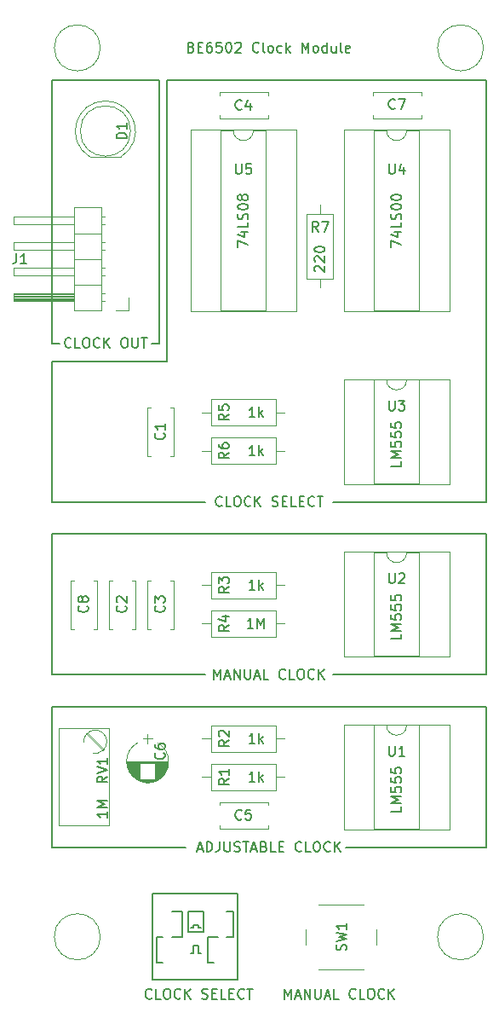
<source format=gto>
%TF.GenerationSoftware,KiCad,Pcbnew,(5.1.8)-1*%
%TF.CreationDate,2021-11-30T19:47:22+01:00*%
%TF.ProjectId,BE6502 Clock,42453635-3032-4204-936c-6f636b2e6b69,rev?*%
%TF.SameCoordinates,Original*%
%TF.FileFunction,Legend,Top*%
%TF.FilePolarity,Positive*%
%FSLAX46Y46*%
G04 Gerber Fmt 4.6, Leading zero omitted, Abs format (unit mm)*
G04 Created by KiCad (PCBNEW (5.1.8)-1) date 2021-11-30 19:47:22*
%MOMM*%
%LPD*%
G01*
G04 APERTURE LIST*
%ADD10C,0.150000*%
%ADD11C,0.200000*%
%ADD12C,0.120000*%
G04 APERTURE END LIST*
D10*
X140240714Y-60888571D02*
X140383571Y-60936190D01*
X140431190Y-60983809D01*
X140478809Y-61079047D01*
X140478809Y-61221904D01*
X140431190Y-61317142D01*
X140383571Y-61364761D01*
X140288333Y-61412380D01*
X139907380Y-61412380D01*
X139907380Y-60412380D01*
X140240714Y-60412380D01*
X140335952Y-60460000D01*
X140383571Y-60507619D01*
X140431190Y-60602857D01*
X140431190Y-60698095D01*
X140383571Y-60793333D01*
X140335952Y-60840952D01*
X140240714Y-60888571D01*
X139907380Y-60888571D01*
X140907380Y-60888571D02*
X141240714Y-60888571D01*
X141383571Y-61412380D02*
X140907380Y-61412380D01*
X140907380Y-60412380D01*
X141383571Y-60412380D01*
X142240714Y-60412380D02*
X142050238Y-60412380D01*
X141955000Y-60460000D01*
X141907380Y-60507619D01*
X141812142Y-60650476D01*
X141764523Y-60840952D01*
X141764523Y-61221904D01*
X141812142Y-61317142D01*
X141859761Y-61364761D01*
X141955000Y-61412380D01*
X142145476Y-61412380D01*
X142240714Y-61364761D01*
X142288333Y-61317142D01*
X142335952Y-61221904D01*
X142335952Y-60983809D01*
X142288333Y-60888571D01*
X142240714Y-60840952D01*
X142145476Y-60793333D01*
X141955000Y-60793333D01*
X141859761Y-60840952D01*
X141812142Y-60888571D01*
X141764523Y-60983809D01*
X143240714Y-60412380D02*
X142764523Y-60412380D01*
X142716904Y-60888571D01*
X142764523Y-60840952D01*
X142859761Y-60793333D01*
X143097857Y-60793333D01*
X143193095Y-60840952D01*
X143240714Y-60888571D01*
X143288333Y-60983809D01*
X143288333Y-61221904D01*
X143240714Y-61317142D01*
X143193095Y-61364761D01*
X143097857Y-61412380D01*
X142859761Y-61412380D01*
X142764523Y-61364761D01*
X142716904Y-61317142D01*
X143907380Y-60412380D02*
X144002619Y-60412380D01*
X144097857Y-60460000D01*
X144145476Y-60507619D01*
X144193095Y-60602857D01*
X144240714Y-60793333D01*
X144240714Y-61031428D01*
X144193095Y-61221904D01*
X144145476Y-61317142D01*
X144097857Y-61364761D01*
X144002619Y-61412380D01*
X143907380Y-61412380D01*
X143812142Y-61364761D01*
X143764523Y-61317142D01*
X143716904Y-61221904D01*
X143669285Y-61031428D01*
X143669285Y-60793333D01*
X143716904Y-60602857D01*
X143764523Y-60507619D01*
X143812142Y-60460000D01*
X143907380Y-60412380D01*
X144621666Y-60507619D02*
X144669285Y-60460000D01*
X144764523Y-60412380D01*
X145002619Y-60412380D01*
X145097857Y-60460000D01*
X145145476Y-60507619D01*
X145193095Y-60602857D01*
X145193095Y-60698095D01*
X145145476Y-60840952D01*
X144574047Y-61412380D01*
X145193095Y-61412380D01*
X146955000Y-61317142D02*
X146907380Y-61364761D01*
X146764523Y-61412380D01*
X146669285Y-61412380D01*
X146526428Y-61364761D01*
X146431190Y-61269523D01*
X146383571Y-61174285D01*
X146335952Y-60983809D01*
X146335952Y-60840952D01*
X146383571Y-60650476D01*
X146431190Y-60555238D01*
X146526428Y-60460000D01*
X146669285Y-60412380D01*
X146764523Y-60412380D01*
X146907380Y-60460000D01*
X146955000Y-60507619D01*
X147526428Y-61412380D02*
X147431190Y-61364761D01*
X147383571Y-61269523D01*
X147383571Y-60412380D01*
X148050238Y-61412380D02*
X147955000Y-61364761D01*
X147907380Y-61317142D01*
X147859761Y-61221904D01*
X147859761Y-60936190D01*
X147907380Y-60840952D01*
X147955000Y-60793333D01*
X148050238Y-60745714D01*
X148193095Y-60745714D01*
X148288333Y-60793333D01*
X148335952Y-60840952D01*
X148383571Y-60936190D01*
X148383571Y-61221904D01*
X148335952Y-61317142D01*
X148288333Y-61364761D01*
X148193095Y-61412380D01*
X148050238Y-61412380D01*
X149240714Y-61364761D02*
X149145476Y-61412380D01*
X148955000Y-61412380D01*
X148859761Y-61364761D01*
X148812142Y-61317142D01*
X148764523Y-61221904D01*
X148764523Y-60936190D01*
X148812142Y-60840952D01*
X148859761Y-60793333D01*
X148955000Y-60745714D01*
X149145476Y-60745714D01*
X149240714Y-60793333D01*
X149669285Y-61412380D02*
X149669285Y-60412380D01*
X149764523Y-61031428D02*
X150050238Y-61412380D01*
X150050238Y-60745714D02*
X149669285Y-61126666D01*
X151240714Y-61412380D02*
X151240714Y-60412380D01*
X151574047Y-61126666D01*
X151907380Y-60412380D01*
X151907380Y-61412380D01*
X152526428Y-61412380D02*
X152431190Y-61364761D01*
X152383571Y-61317142D01*
X152335952Y-61221904D01*
X152335952Y-60936190D01*
X152383571Y-60840952D01*
X152431190Y-60793333D01*
X152526428Y-60745714D01*
X152669285Y-60745714D01*
X152764523Y-60793333D01*
X152812142Y-60840952D01*
X152859761Y-60936190D01*
X152859761Y-61221904D01*
X152812142Y-61317142D01*
X152764523Y-61364761D01*
X152669285Y-61412380D01*
X152526428Y-61412380D01*
X153716904Y-61412380D02*
X153716904Y-60412380D01*
X153716904Y-61364761D02*
X153621666Y-61412380D01*
X153431190Y-61412380D01*
X153335952Y-61364761D01*
X153288333Y-61317142D01*
X153240714Y-61221904D01*
X153240714Y-60936190D01*
X153288333Y-60840952D01*
X153335952Y-60793333D01*
X153431190Y-60745714D01*
X153621666Y-60745714D01*
X153716904Y-60793333D01*
X154621666Y-60745714D02*
X154621666Y-61412380D01*
X154193095Y-60745714D02*
X154193095Y-61269523D01*
X154240714Y-61364761D01*
X154335952Y-61412380D01*
X154478809Y-61412380D01*
X154574047Y-61364761D01*
X154621666Y-61317142D01*
X155240714Y-61412380D02*
X155145476Y-61364761D01*
X155097857Y-61269523D01*
X155097857Y-60412380D01*
X156002619Y-61364761D02*
X155907380Y-61412380D01*
X155716904Y-61412380D01*
X155621666Y-61364761D01*
X155574047Y-61269523D01*
X155574047Y-60888571D01*
X155621666Y-60793333D01*
X155716904Y-60745714D01*
X155907380Y-60745714D01*
X156002619Y-60793333D01*
X156050238Y-60888571D01*
X156050238Y-60983809D01*
X155574047Y-61079047D01*
D11*
X126365000Y-64135000D02*
X137033000Y-64135000D01*
X126365000Y-90297000D02*
X126365000Y-64135000D01*
X137033000Y-90297000D02*
X137033000Y-64135000D01*
X136271000Y-90297000D02*
X137033000Y-90297000D01*
X127127000Y-90297000D02*
X126365000Y-90297000D01*
D10*
X128270428Y-90654142D02*
X128222809Y-90701761D01*
X128079952Y-90749380D01*
X127984714Y-90749380D01*
X127841857Y-90701761D01*
X127746619Y-90606523D01*
X127699000Y-90511285D01*
X127651380Y-90320809D01*
X127651380Y-90177952D01*
X127699000Y-89987476D01*
X127746619Y-89892238D01*
X127841857Y-89797000D01*
X127984714Y-89749380D01*
X128079952Y-89749380D01*
X128222809Y-89797000D01*
X128270428Y-89844619D01*
X129175190Y-90749380D02*
X128699000Y-90749380D01*
X128699000Y-89749380D01*
X129699000Y-89749380D02*
X129889476Y-89749380D01*
X129984714Y-89797000D01*
X130079952Y-89892238D01*
X130127571Y-90082714D01*
X130127571Y-90416047D01*
X130079952Y-90606523D01*
X129984714Y-90701761D01*
X129889476Y-90749380D01*
X129699000Y-90749380D01*
X129603761Y-90701761D01*
X129508523Y-90606523D01*
X129460904Y-90416047D01*
X129460904Y-90082714D01*
X129508523Y-89892238D01*
X129603761Y-89797000D01*
X129699000Y-89749380D01*
X131127571Y-90654142D02*
X131079952Y-90701761D01*
X130937095Y-90749380D01*
X130841857Y-90749380D01*
X130699000Y-90701761D01*
X130603761Y-90606523D01*
X130556142Y-90511285D01*
X130508523Y-90320809D01*
X130508523Y-90177952D01*
X130556142Y-89987476D01*
X130603761Y-89892238D01*
X130699000Y-89797000D01*
X130841857Y-89749380D01*
X130937095Y-89749380D01*
X131079952Y-89797000D01*
X131127571Y-89844619D01*
X131556142Y-90749380D02*
X131556142Y-89749380D01*
X132127571Y-90749380D02*
X131699000Y-90177952D01*
X132127571Y-89749380D02*
X131556142Y-90320809D01*
X133508523Y-89749380D02*
X133699000Y-89749380D01*
X133794238Y-89797000D01*
X133889476Y-89892238D01*
X133937095Y-90082714D01*
X133937095Y-90416047D01*
X133889476Y-90606523D01*
X133794238Y-90701761D01*
X133699000Y-90749380D01*
X133508523Y-90749380D01*
X133413285Y-90701761D01*
X133318047Y-90606523D01*
X133270428Y-90416047D01*
X133270428Y-90082714D01*
X133318047Y-89892238D01*
X133413285Y-89797000D01*
X133508523Y-89749380D01*
X134365666Y-89749380D02*
X134365666Y-90558904D01*
X134413285Y-90654142D01*
X134460904Y-90701761D01*
X134556142Y-90749380D01*
X134746619Y-90749380D01*
X134841857Y-90701761D01*
X134889476Y-90654142D01*
X134937095Y-90558904D01*
X134937095Y-89749380D01*
X135270428Y-89749380D02*
X135841857Y-89749380D01*
X135556142Y-90749380D02*
X135556142Y-89749380D01*
D11*
X169545000Y-64135000D02*
X169545000Y-106045000D01*
X137795000Y-64135000D02*
X169545000Y-64135000D01*
X137795000Y-92075000D02*
X137795000Y-64135000D01*
X126365000Y-92075000D02*
X137795000Y-92075000D01*
X126365000Y-106045000D02*
X126365000Y-92075000D01*
X126365000Y-109220000D02*
X126365000Y-123190000D01*
X169545000Y-109220000D02*
X126365000Y-109220000D01*
X169545000Y-123190000D02*
X169545000Y-109220000D01*
X169545000Y-140335000D02*
X169545000Y-126365000D01*
X126365000Y-126365000D02*
X126365000Y-127000000D01*
X169545000Y-126365000D02*
X126365000Y-126365000D01*
X169545000Y-140335000D02*
X155575000Y-140335000D01*
X141605000Y-106045000D02*
X126365000Y-106045000D01*
X169545000Y-106045000D02*
X154305000Y-106045000D01*
X154305000Y-123190000D02*
X169545000Y-123190000D01*
X141605000Y-123190000D02*
X126365000Y-123190000D01*
D10*
X143288333Y-106402142D02*
X143240714Y-106449761D01*
X143097857Y-106497380D01*
X143002619Y-106497380D01*
X142859761Y-106449761D01*
X142764523Y-106354523D01*
X142716904Y-106259285D01*
X142669285Y-106068809D01*
X142669285Y-105925952D01*
X142716904Y-105735476D01*
X142764523Y-105640238D01*
X142859761Y-105545000D01*
X143002619Y-105497380D01*
X143097857Y-105497380D01*
X143240714Y-105545000D01*
X143288333Y-105592619D01*
X144193095Y-106497380D02*
X143716904Y-106497380D01*
X143716904Y-105497380D01*
X144716904Y-105497380D02*
X144907380Y-105497380D01*
X145002619Y-105545000D01*
X145097857Y-105640238D01*
X145145476Y-105830714D01*
X145145476Y-106164047D01*
X145097857Y-106354523D01*
X145002619Y-106449761D01*
X144907380Y-106497380D01*
X144716904Y-106497380D01*
X144621666Y-106449761D01*
X144526428Y-106354523D01*
X144478809Y-106164047D01*
X144478809Y-105830714D01*
X144526428Y-105640238D01*
X144621666Y-105545000D01*
X144716904Y-105497380D01*
X146145476Y-106402142D02*
X146097857Y-106449761D01*
X145955000Y-106497380D01*
X145859761Y-106497380D01*
X145716904Y-106449761D01*
X145621666Y-106354523D01*
X145574047Y-106259285D01*
X145526428Y-106068809D01*
X145526428Y-105925952D01*
X145574047Y-105735476D01*
X145621666Y-105640238D01*
X145716904Y-105545000D01*
X145859761Y-105497380D01*
X145955000Y-105497380D01*
X146097857Y-105545000D01*
X146145476Y-105592619D01*
X146574047Y-106497380D02*
X146574047Y-105497380D01*
X147145476Y-106497380D02*
X146716904Y-105925952D01*
X147145476Y-105497380D02*
X146574047Y-106068809D01*
X148288333Y-106449761D02*
X148431190Y-106497380D01*
X148669285Y-106497380D01*
X148764523Y-106449761D01*
X148812142Y-106402142D01*
X148859761Y-106306904D01*
X148859761Y-106211666D01*
X148812142Y-106116428D01*
X148764523Y-106068809D01*
X148669285Y-106021190D01*
X148478809Y-105973571D01*
X148383571Y-105925952D01*
X148335952Y-105878333D01*
X148288333Y-105783095D01*
X148288333Y-105687857D01*
X148335952Y-105592619D01*
X148383571Y-105545000D01*
X148478809Y-105497380D01*
X148716904Y-105497380D01*
X148859761Y-105545000D01*
X149288333Y-105973571D02*
X149621666Y-105973571D01*
X149764523Y-106497380D02*
X149288333Y-106497380D01*
X149288333Y-105497380D01*
X149764523Y-105497380D01*
X150669285Y-106497380D02*
X150193095Y-106497380D01*
X150193095Y-105497380D01*
X151002619Y-105973571D02*
X151335952Y-105973571D01*
X151478809Y-106497380D02*
X151002619Y-106497380D01*
X151002619Y-105497380D01*
X151478809Y-105497380D01*
X152478809Y-106402142D02*
X152431190Y-106449761D01*
X152288333Y-106497380D01*
X152193095Y-106497380D01*
X152050238Y-106449761D01*
X151955000Y-106354523D01*
X151907380Y-106259285D01*
X151859761Y-106068809D01*
X151859761Y-105925952D01*
X151907380Y-105735476D01*
X151955000Y-105640238D01*
X152050238Y-105545000D01*
X152193095Y-105497380D01*
X152288333Y-105497380D01*
X152431190Y-105545000D01*
X152478809Y-105592619D01*
X152764523Y-105497380D02*
X153335952Y-105497380D01*
X153050238Y-106497380D02*
X153050238Y-105497380D01*
X142502619Y-123642380D02*
X142502619Y-122642380D01*
X142835952Y-123356666D01*
X143169285Y-122642380D01*
X143169285Y-123642380D01*
X143597857Y-123356666D02*
X144074047Y-123356666D01*
X143502619Y-123642380D02*
X143835952Y-122642380D01*
X144169285Y-123642380D01*
X144502619Y-123642380D02*
X144502619Y-122642380D01*
X145074047Y-123642380D01*
X145074047Y-122642380D01*
X145550238Y-122642380D02*
X145550238Y-123451904D01*
X145597857Y-123547142D01*
X145645476Y-123594761D01*
X145740714Y-123642380D01*
X145931190Y-123642380D01*
X146026428Y-123594761D01*
X146074047Y-123547142D01*
X146121666Y-123451904D01*
X146121666Y-122642380D01*
X146550238Y-123356666D02*
X147026428Y-123356666D01*
X146455000Y-123642380D02*
X146788333Y-122642380D01*
X147121666Y-123642380D01*
X147931190Y-123642380D02*
X147455000Y-123642380D01*
X147455000Y-122642380D01*
X149597857Y-123547142D02*
X149550238Y-123594761D01*
X149407380Y-123642380D01*
X149312142Y-123642380D01*
X149169285Y-123594761D01*
X149074047Y-123499523D01*
X149026428Y-123404285D01*
X148978809Y-123213809D01*
X148978809Y-123070952D01*
X149026428Y-122880476D01*
X149074047Y-122785238D01*
X149169285Y-122690000D01*
X149312142Y-122642380D01*
X149407380Y-122642380D01*
X149550238Y-122690000D01*
X149597857Y-122737619D01*
X150502619Y-123642380D02*
X150026428Y-123642380D01*
X150026428Y-122642380D01*
X151026428Y-122642380D02*
X151216904Y-122642380D01*
X151312142Y-122690000D01*
X151407380Y-122785238D01*
X151455000Y-122975714D01*
X151455000Y-123309047D01*
X151407380Y-123499523D01*
X151312142Y-123594761D01*
X151216904Y-123642380D01*
X151026428Y-123642380D01*
X150931190Y-123594761D01*
X150835952Y-123499523D01*
X150788333Y-123309047D01*
X150788333Y-122975714D01*
X150835952Y-122785238D01*
X150931190Y-122690000D01*
X151026428Y-122642380D01*
X152455000Y-123547142D02*
X152407380Y-123594761D01*
X152264523Y-123642380D01*
X152169285Y-123642380D01*
X152026428Y-123594761D01*
X151931190Y-123499523D01*
X151883571Y-123404285D01*
X151835952Y-123213809D01*
X151835952Y-123070952D01*
X151883571Y-122880476D01*
X151931190Y-122785238D01*
X152026428Y-122690000D01*
X152169285Y-122642380D01*
X152264523Y-122642380D01*
X152407380Y-122690000D01*
X152455000Y-122737619D01*
X152883571Y-123642380D02*
X152883571Y-122642380D01*
X153455000Y-123642380D02*
X153026428Y-123070952D01*
X153455000Y-122642380D02*
X152883571Y-123213809D01*
D11*
X126365000Y-140335000D02*
X126365000Y-127000000D01*
X139700000Y-140335000D02*
X126365000Y-140335000D01*
D10*
X140859761Y-140501666D02*
X141335952Y-140501666D01*
X140764523Y-140787380D02*
X141097857Y-139787380D01*
X141431190Y-140787380D01*
X141764523Y-140787380D02*
X141764523Y-139787380D01*
X142002619Y-139787380D01*
X142145476Y-139835000D01*
X142240714Y-139930238D01*
X142288333Y-140025476D01*
X142335952Y-140215952D01*
X142335952Y-140358809D01*
X142288333Y-140549285D01*
X142240714Y-140644523D01*
X142145476Y-140739761D01*
X142002619Y-140787380D01*
X141764523Y-140787380D01*
X143050238Y-139787380D02*
X143050238Y-140501666D01*
X143002619Y-140644523D01*
X142907380Y-140739761D01*
X142764523Y-140787380D01*
X142669285Y-140787380D01*
X143526428Y-139787380D02*
X143526428Y-140596904D01*
X143574047Y-140692142D01*
X143621666Y-140739761D01*
X143716904Y-140787380D01*
X143907380Y-140787380D01*
X144002619Y-140739761D01*
X144050238Y-140692142D01*
X144097857Y-140596904D01*
X144097857Y-139787380D01*
X144526428Y-140739761D02*
X144669285Y-140787380D01*
X144907380Y-140787380D01*
X145002619Y-140739761D01*
X145050238Y-140692142D01*
X145097857Y-140596904D01*
X145097857Y-140501666D01*
X145050238Y-140406428D01*
X145002619Y-140358809D01*
X144907380Y-140311190D01*
X144716904Y-140263571D01*
X144621666Y-140215952D01*
X144574047Y-140168333D01*
X144526428Y-140073095D01*
X144526428Y-139977857D01*
X144574047Y-139882619D01*
X144621666Y-139835000D01*
X144716904Y-139787380D01*
X144955000Y-139787380D01*
X145097857Y-139835000D01*
X145383571Y-139787380D02*
X145955000Y-139787380D01*
X145669285Y-140787380D02*
X145669285Y-139787380D01*
X146240714Y-140501666D02*
X146716904Y-140501666D01*
X146145476Y-140787380D02*
X146478809Y-139787380D01*
X146812142Y-140787380D01*
X147478809Y-140263571D02*
X147621666Y-140311190D01*
X147669285Y-140358809D01*
X147716904Y-140454047D01*
X147716904Y-140596904D01*
X147669285Y-140692142D01*
X147621666Y-140739761D01*
X147526428Y-140787380D01*
X147145476Y-140787380D01*
X147145476Y-139787380D01*
X147478809Y-139787380D01*
X147574047Y-139835000D01*
X147621666Y-139882619D01*
X147669285Y-139977857D01*
X147669285Y-140073095D01*
X147621666Y-140168333D01*
X147574047Y-140215952D01*
X147478809Y-140263571D01*
X147145476Y-140263571D01*
X148621666Y-140787380D02*
X148145476Y-140787380D01*
X148145476Y-139787380D01*
X148955000Y-140263571D02*
X149288333Y-140263571D01*
X149431190Y-140787380D02*
X148955000Y-140787380D01*
X148955000Y-139787380D01*
X149431190Y-139787380D01*
X151193095Y-140692142D02*
X151145476Y-140739761D01*
X151002619Y-140787380D01*
X150907380Y-140787380D01*
X150764523Y-140739761D01*
X150669285Y-140644523D01*
X150621666Y-140549285D01*
X150574047Y-140358809D01*
X150574047Y-140215952D01*
X150621666Y-140025476D01*
X150669285Y-139930238D01*
X150764523Y-139835000D01*
X150907380Y-139787380D01*
X151002619Y-139787380D01*
X151145476Y-139835000D01*
X151193095Y-139882619D01*
X152097857Y-140787380D02*
X151621666Y-140787380D01*
X151621666Y-139787380D01*
X152621666Y-139787380D02*
X152812142Y-139787380D01*
X152907380Y-139835000D01*
X153002619Y-139930238D01*
X153050238Y-140120714D01*
X153050238Y-140454047D01*
X153002619Y-140644523D01*
X152907380Y-140739761D01*
X152812142Y-140787380D01*
X152621666Y-140787380D01*
X152526428Y-140739761D01*
X152431190Y-140644523D01*
X152383571Y-140454047D01*
X152383571Y-140120714D01*
X152431190Y-139930238D01*
X152526428Y-139835000D01*
X152621666Y-139787380D01*
X154050238Y-140692142D02*
X154002619Y-140739761D01*
X153859761Y-140787380D01*
X153764523Y-140787380D01*
X153621666Y-140739761D01*
X153526428Y-140644523D01*
X153478809Y-140549285D01*
X153431190Y-140358809D01*
X153431190Y-140215952D01*
X153478809Y-140025476D01*
X153526428Y-139930238D01*
X153621666Y-139835000D01*
X153764523Y-139787380D01*
X153859761Y-139787380D01*
X154002619Y-139835000D01*
X154050238Y-139882619D01*
X154478809Y-140787380D02*
X154478809Y-139787380D01*
X155050238Y-140787380D02*
X154621666Y-140215952D01*
X155050238Y-139787380D02*
X154478809Y-140358809D01*
X149487619Y-155392380D02*
X149487619Y-154392380D01*
X149820952Y-155106666D01*
X150154285Y-154392380D01*
X150154285Y-155392380D01*
X150582857Y-155106666D02*
X151059047Y-155106666D01*
X150487619Y-155392380D02*
X150820952Y-154392380D01*
X151154285Y-155392380D01*
X151487619Y-155392380D02*
X151487619Y-154392380D01*
X152059047Y-155392380D01*
X152059047Y-154392380D01*
X152535238Y-154392380D02*
X152535238Y-155201904D01*
X152582857Y-155297142D01*
X152630476Y-155344761D01*
X152725714Y-155392380D01*
X152916190Y-155392380D01*
X153011428Y-155344761D01*
X153059047Y-155297142D01*
X153106666Y-155201904D01*
X153106666Y-154392380D01*
X153535238Y-155106666D02*
X154011428Y-155106666D01*
X153440000Y-155392380D02*
X153773333Y-154392380D01*
X154106666Y-155392380D01*
X154916190Y-155392380D02*
X154440000Y-155392380D01*
X154440000Y-154392380D01*
X156582857Y-155297142D02*
X156535238Y-155344761D01*
X156392380Y-155392380D01*
X156297142Y-155392380D01*
X156154285Y-155344761D01*
X156059047Y-155249523D01*
X156011428Y-155154285D01*
X155963809Y-154963809D01*
X155963809Y-154820952D01*
X156011428Y-154630476D01*
X156059047Y-154535238D01*
X156154285Y-154440000D01*
X156297142Y-154392380D01*
X156392380Y-154392380D01*
X156535238Y-154440000D01*
X156582857Y-154487619D01*
X157487619Y-155392380D02*
X157011428Y-155392380D01*
X157011428Y-154392380D01*
X158011428Y-154392380D02*
X158201904Y-154392380D01*
X158297142Y-154440000D01*
X158392380Y-154535238D01*
X158440000Y-154725714D01*
X158440000Y-155059047D01*
X158392380Y-155249523D01*
X158297142Y-155344761D01*
X158201904Y-155392380D01*
X158011428Y-155392380D01*
X157916190Y-155344761D01*
X157820952Y-155249523D01*
X157773333Y-155059047D01*
X157773333Y-154725714D01*
X157820952Y-154535238D01*
X157916190Y-154440000D01*
X158011428Y-154392380D01*
X159440000Y-155297142D02*
X159392380Y-155344761D01*
X159249523Y-155392380D01*
X159154285Y-155392380D01*
X159011428Y-155344761D01*
X158916190Y-155249523D01*
X158868571Y-155154285D01*
X158820952Y-154963809D01*
X158820952Y-154820952D01*
X158868571Y-154630476D01*
X158916190Y-154535238D01*
X159011428Y-154440000D01*
X159154285Y-154392380D01*
X159249523Y-154392380D01*
X159392380Y-154440000D01*
X159440000Y-154487619D01*
X159868571Y-155392380D02*
X159868571Y-154392380D01*
X160440000Y-155392380D02*
X160011428Y-154820952D01*
X160440000Y-154392380D02*
X159868571Y-154963809D01*
X136303333Y-155297142D02*
X136255714Y-155344761D01*
X136112857Y-155392380D01*
X136017619Y-155392380D01*
X135874761Y-155344761D01*
X135779523Y-155249523D01*
X135731904Y-155154285D01*
X135684285Y-154963809D01*
X135684285Y-154820952D01*
X135731904Y-154630476D01*
X135779523Y-154535238D01*
X135874761Y-154440000D01*
X136017619Y-154392380D01*
X136112857Y-154392380D01*
X136255714Y-154440000D01*
X136303333Y-154487619D01*
X137208095Y-155392380D02*
X136731904Y-155392380D01*
X136731904Y-154392380D01*
X137731904Y-154392380D02*
X137922380Y-154392380D01*
X138017619Y-154440000D01*
X138112857Y-154535238D01*
X138160476Y-154725714D01*
X138160476Y-155059047D01*
X138112857Y-155249523D01*
X138017619Y-155344761D01*
X137922380Y-155392380D01*
X137731904Y-155392380D01*
X137636666Y-155344761D01*
X137541428Y-155249523D01*
X137493809Y-155059047D01*
X137493809Y-154725714D01*
X137541428Y-154535238D01*
X137636666Y-154440000D01*
X137731904Y-154392380D01*
X139160476Y-155297142D02*
X139112857Y-155344761D01*
X138970000Y-155392380D01*
X138874761Y-155392380D01*
X138731904Y-155344761D01*
X138636666Y-155249523D01*
X138589047Y-155154285D01*
X138541428Y-154963809D01*
X138541428Y-154820952D01*
X138589047Y-154630476D01*
X138636666Y-154535238D01*
X138731904Y-154440000D01*
X138874761Y-154392380D01*
X138970000Y-154392380D01*
X139112857Y-154440000D01*
X139160476Y-154487619D01*
X139589047Y-155392380D02*
X139589047Y-154392380D01*
X140160476Y-155392380D02*
X139731904Y-154820952D01*
X140160476Y-154392380D02*
X139589047Y-154963809D01*
X141303333Y-155344761D02*
X141446190Y-155392380D01*
X141684285Y-155392380D01*
X141779523Y-155344761D01*
X141827142Y-155297142D01*
X141874761Y-155201904D01*
X141874761Y-155106666D01*
X141827142Y-155011428D01*
X141779523Y-154963809D01*
X141684285Y-154916190D01*
X141493809Y-154868571D01*
X141398571Y-154820952D01*
X141350952Y-154773333D01*
X141303333Y-154678095D01*
X141303333Y-154582857D01*
X141350952Y-154487619D01*
X141398571Y-154440000D01*
X141493809Y-154392380D01*
X141731904Y-154392380D01*
X141874761Y-154440000D01*
X142303333Y-154868571D02*
X142636666Y-154868571D01*
X142779523Y-155392380D02*
X142303333Y-155392380D01*
X142303333Y-154392380D01*
X142779523Y-154392380D01*
X143684285Y-155392380D02*
X143208095Y-155392380D01*
X143208095Y-154392380D01*
X144017619Y-154868571D02*
X144350952Y-154868571D01*
X144493809Y-155392380D02*
X144017619Y-155392380D01*
X144017619Y-154392380D01*
X144493809Y-154392380D01*
X145493809Y-155297142D02*
X145446190Y-155344761D01*
X145303333Y-155392380D01*
X145208095Y-155392380D01*
X145065238Y-155344761D01*
X144970000Y-155249523D01*
X144922380Y-155154285D01*
X144874761Y-154963809D01*
X144874761Y-154820952D01*
X144922380Y-154630476D01*
X144970000Y-154535238D01*
X145065238Y-154440000D01*
X145208095Y-154392380D01*
X145303333Y-154392380D01*
X145446190Y-154440000D01*
X145493809Y-154487619D01*
X145779523Y-154392380D02*
X146350952Y-154392380D01*
X146065238Y-155392380D02*
X146065238Y-154392380D01*
D12*
%TO.C,M1*%
X169291000Y-149225000D02*
G75*
G03*
X169291000Y-149225000I-2286000J0D01*
G01*
%TO.C,M2*%
X131191000Y-149225000D02*
G75*
G03*
X131191000Y-149225000I-2286000J0D01*
G01*
%TO.C,M3*%
X131191000Y-60960000D02*
G75*
G03*
X131191000Y-60960000I-2286000J0D01*
G01*
%TO.C,M4*%
X169291000Y-60960000D02*
G75*
G03*
X169291000Y-60960000I-2286000J0D01*
G01*
%TO.C,C1*%
X135850000Y-101510000D02*
X135850000Y-96690000D01*
X138470000Y-101510000D02*
X138470000Y-96690000D01*
X135850000Y-101510000D02*
X136164000Y-101510000D01*
X138156000Y-101510000D02*
X138470000Y-101510000D01*
X135850000Y-96690000D02*
X136164000Y-96690000D01*
X138156000Y-96690000D02*
X138470000Y-96690000D01*
%TO.C,C2*%
X132040000Y-118655000D02*
X132040000Y-113835000D01*
X134660000Y-118655000D02*
X134660000Y-113835000D01*
X132040000Y-118655000D02*
X132354000Y-118655000D01*
X134346000Y-118655000D02*
X134660000Y-118655000D01*
X132040000Y-113835000D02*
X132354000Y-113835000D01*
X134346000Y-113835000D02*
X134660000Y-113835000D01*
%TO.C,C3*%
X135850000Y-118655000D02*
X135850000Y-113835000D01*
X138470000Y-118655000D02*
X138470000Y-113835000D01*
X135850000Y-118655000D02*
X136164000Y-118655000D01*
X138156000Y-118655000D02*
X138470000Y-118655000D01*
X135850000Y-113835000D02*
X136164000Y-113835000D01*
X138156000Y-113835000D02*
X138470000Y-113835000D01*
%TO.C,C4*%
X147865000Y-67985000D02*
X143045000Y-67985000D01*
X147865000Y-65365000D02*
X143045000Y-65365000D01*
X147865000Y-67985000D02*
X147865000Y-67671000D01*
X147865000Y-65679000D02*
X147865000Y-65365000D01*
X143045000Y-67985000D02*
X143045000Y-67671000D01*
X143045000Y-65679000D02*
X143045000Y-65365000D01*
%TO.C,C5*%
X147865000Y-138470000D02*
X143045000Y-138470000D01*
X147865000Y-135850000D02*
X143045000Y-135850000D01*
X147865000Y-138470000D02*
X147865000Y-138156000D01*
X147865000Y-136164000D02*
X147865000Y-135850000D01*
X143045000Y-138470000D02*
X143045000Y-138156000D01*
X143045000Y-136164000D02*
X143045000Y-135850000D01*
%TO.C,R1*%
X148625000Y-134660000D02*
X148625000Y-132040000D01*
X148625000Y-132040000D02*
X142205000Y-132040000D01*
X142205000Y-132040000D02*
X142205000Y-134660000D01*
X142205000Y-134660000D02*
X148625000Y-134660000D01*
X149515000Y-133350000D02*
X148625000Y-133350000D01*
X141315000Y-133350000D02*
X142205000Y-133350000D01*
%TO.C,R2*%
X148625000Y-130850000D02*
X148625000Y-128230000D01*
X148625000Y-128230000D02*
X142205000Y-128230000D01*
X142205000Y-128230000D02*
X142205000Y-130850000D01*
X142205000Y-130850000D02*
X148625000Y-130850000D01*
X149515000Y-129540000D02*
X148625000Y-129540000D01*
X141315000Y-129540000D02*
X142205000Y-129540000D01*
%TO.C,R3*%
X148625000Y-115610000D02*
X148625000Y-112990000D01*
X148625000Y-112990000D02*
X142205000Y-112990000D01*
X142205000Y-112990000D02*
X142205000Y-115610000D01*
X142205000Y-115610000D02*
X148625000Y-115610000D01*
X149515000Y-114300000D02*
X148625000Y-114300000D01*
X141315000Y-114300000D02*
X142205000Y-114300000D01*
%TO.C,R6*%
X142205000Y-99655000D02*
X142205000Y-102275000D01*
X142205000Y-102275000D02*
X148625000Y-102275000D01*
X148625000Y-102275000D02*
X148625000Y-99655000D01*
X148625000Y-99655000D02*
X142205000Y-99655000D01*
X141315000Y-100965000D02*
X142205000Y-100965000D01*
X149515000Y-100965000D02*
X148625000Y-100965000D01*
%TO.C,R7*%
X154345000Y-77435000D02*
X151725000Y-77435000D01*
X151725000Y-77435000D02*
X151725000Y-83855000D01*
X151725000Y-83855000D02*
X154345000Y-83855000D01*
X154345000Y-83855000D02*
X154345000Y-77435000D01*
X153035000Y-76545000D02*
X153035000Y-77435000D01*
X153035000Y-84745000D02*
X153035000Y-83855000D01*
%TO.C,D1*%
X134199000Y-69215000D02*
G75*
G03*
X134199000Y-69215000I-2500000J0D01*
G01*
X130154000Y-71775000D02*
X133244000Y-71775000D01*
X131699462Y-66225000D02*
G75*
G03*
X130154170Y-71775000I-462J-2990000D01*
G01*
X131698538Y-66225000D02*
G75*
G02*
X133243830Y-71775000I462J-2990000D01*
G01*
%TO.C,R4*%
X148625000Y-119420000D02*
X148625000Y-116800000D01*
X148625000Y-116800000D02*
X142205000Y-116800000D01*
X142205000Y-116800000D02*
X142205000Y-119420000D01*
X142205000Y-119420000D02*
X148625000Y-119420000D01*
X149515000Y-118110000D02*
X148625000Y-118110000D01*
X141315000Y-118110000D02*
X142205000Y-118110000D01*
%TO.C,R5*%
X142205000Y-95845000D02*
X142205000Y-98465000D01*
X142205000Y-98465000D02*
X148625000Y-98465000D01*
X148625000Y-98465000D02*
X148625000Y-95845000D01*
X148625000Y-95845000D02*
X142205000Y-95845000D01*
X141315000Y-97155000D02*
X142205000Y-97155000D01*
X149515000Y-97155000D02*
X148625000Y-97155000D01*
%TO.C,RV1*%
X127070000Y-138175000D02*
X127070000Y-128525000D01*
X132021000Y-138175000D02*
X132021000Y-128525000D01*
X127070000Y-138175000D02*
X132021000Y-138175000D01*
X127070000Y-128525000D02*
X132021000Y-128525000D01*
X129956000Y-128979000D02*
X131566000Y-130590000D01*
X129815000Y-129119000D02*
X131425000Y-130731000D01*
X129535704Y-129895309D02*
G75*
G02*
X131845000Y-129855000I1154296J40309D01*
G01*
X131844052Y-129834879D02*
G75*
G02*
X130450000Y-130984000I-1154052J-20121D01*
G01*
%TO.C,SW1*%
X157369000Y-146011000D02*
X152869000Y-146011000D01*
X158619000Y-150011000D02*
X158619000Y-148511000D01*
X152869000Y-152511000D02*
X157369000Y-152511000D01*
X151619000Y-148511000D02*
X151619000Y-150011000D01*
%TO.C,U5*%
X144415000Y-69155000D02*
X143165000Y-69155000D01*
X143165000Y-69155000D02*
X143165000Y-87055000D01*
X143165000Y-87055000D02*
X147665000Y-87055000D01*
X147665000Y-87055000D02*
X147665000Y-69155000D01*
X147665000Y-69155000D02*
X146415000Y-69155000D01*
X140165000Y-69095000D02*
X140165000Y-87115000D01*
X140165000Y-87115000D02*
X150665000Y-87115000D01*
X150665000Y-87115000D02*
X150665000Y-69095000D01*
X150665000Y-69095000D02*
X140165000Y-69095000D01*
X146415000Y-69155000D02*
G75*
G02*
X144415000Y-69155000I-1000000J0D01*
G01*
%TO.C,C6*%
X137940000Y-131810000D02*
X133840000Y-131810000D01*
X137940000Y-131850000D02*
X133840000Y-131850000D01*
X137939000Y-131890000D02*
X133841000Y-131890000D01*
X137937000Y-131930000D02*
X133843000Y-131930000D01*
X137934000Y-131970000D02*
X133846000Y-131970000D01*
X137931000Y-132010000D02*
X133849000Y-132010000D01*
X137927000Y-132050000D02*
X136670000Y-132050000D01*
X135110000Y-132050000D02*
X133853000Y-132050000D01*
X137922000Y-132090000D02*
X136670000Y-132090000D01*
X135110000Y-132090000D02*
X133858000Y-132090000D01*
X137916000Y-132130000D02*
X136670000Y-132130000D01*
X135110000Y-132130000D02*
X133864000Y-132130000D01*
X137909000Y-132170000D02*
X136670000Y-132170000D01*
X135110000Y-132170000D02*
X133871000Y-132170000D01*
X137902000Y-132210000D02*
X136670000Y-132210000D01*
X135110000Y-132210000D02*
X133878000Y-132210000D01*
X137894000Y-132250000D02*
X136670000Y-132250000D01*
X135110000Y-132250000D02*
X133886000Y-132250000D01*
X137885000Y-132290000D02*
X136670000Y-132290000D01*
X135110000Y-132290000D02*
X133895000Y-132290000D01*
X137875000Y-132330000D02*
X136670000Y-132330000D01*
X135110000Y-132330000D02*
X133905000Y-132330000D01*
X137864000Y-132370000D02*
X136670000Y-132370000D01*
X135110000Y-132370000D02*
X133916000Y-132370000D01*
X137853000Y-132410000D02*
X136670000Y-132410000D01*
X135110000Y-132410000D02*
X133927000Y-132410000D01*
X137840000Y-132450000D02*
X136670000Y-132450000D01*
X135110000Y-132450000D02*
X133940000Y-132450000D01*
X137827000Y-132490000D02*
X136670000Y-132490000D01*
X135110000Y-132490000D02*
X133953000Y-132490000D01*
X137813000Y-132531000D02*
X136670000Y-132531000D01*
X135110000Y-132531000D02*
X133967000Y-132531000D01*
X137797000Y-132571000D02*
X136670000Y-132571000D01*
X135110000Y-132571000D02*
X133983000Y-132571000D01*
X137781000Y-132611000D02*
X136670000Y-132611000D01*
X135110000Y-132611000D02*
X133999000Y-132611000D01*
X137764000Y-132651000D02*
X136670000Y-132651000D01*
X135110000Y-132651000D02*
X134016000Y-132651000D01*
X137746000Y-132691000D02*
X136670000Y-132691000D01*
X135110000Y-132691000D02*
X134034000Y-132691000D01*
X137727000Y-132731000D02*
X136670000Y-132731000D01*
X135110000Y-132731000D02*
X134053000Y-132731000D01*
X137707000Y-132771000D02*
X136670000Y-132771000D01*
X135110000Y-132771000D02*
X134073000Y-132771000D01*
X137686000Y-132811000D02*
X136670000Y-132811000D01*
X135110000Y-132811000D02*
X134094000Y-132811000D01*
X137663000Y-132851000D02*
X136670000Y-132851000D01*
X135110000Y-132851000D02*
X134117000Y-132851000D01*
X137640000Y-132891000D02*
X136670000Y-132891000D01*
X135110000Y-132891000D02*
X134140000Y-132891000D01*
X137615000Y-132931000D02*
X136670000Y-132931000D01*
X135110000Y-132931000D02*
X134165000Y-132931000D01*
X137589000Y-132971000D02*
X136670000Y-132971000D01*
X135110000Y-132971000D02*
X134191000Y-132971000D01*
X137562000Y-133011000D02*
X136670000Y-133011000D01*
X135110000Y-133011000D02*
X134218000Y-133011000D01*
X137533000Y-133051000D02*
X136670000Y-133051000D01*
X135110000Y-133051000D02*
X134247000Y-133051000D01*
X137503000Y-133091000D02*
X136670000Y-133091000D01*
X135110000Y-133091000D02*
X134277000Y-133091000D01*
X137471000Y-133131000D02*
X136670000Y-133131000D01*
X135110000Y-133131000D02*
X134309000Y-133131000D01*
X137437000Y-133171000D02*
X136670000Y-133171000D01*
X135110000Y-133171000D02*
X134343000Y-133171000D01*
X137402000Y-133211000D02*
X136670000Y-133211000D01*
X135110000Y-133211000D02*
X134378000Y-133211000D01*
X137365000Y-133251000D02*
X136670000Y-133251000D01*
X135110000Y-133251000D02*
X134415000Y-133251000D01*
X137326000Y-133291000D02*
X136670000Y-133291000D01*
X135110000Y-133291000D02*
X134454000Y-133291000D01*
X137285000Y-133331000D02*
X136670000Y-133331000D01*
X135110000Y-133331000D02*
X134495000Y-133331000D01*
X137241000Y-133371000D02*
X136670000Y-133371000D01*
X135110000Y-133371000D02*
X134539000Y-133371000D01*
X137195000Y-133411000D02*
X136670000Y-133411000D01*
X135110000Y-133411000D02*
X134585000Y-133411000D01*
X137146000Y-133451000D02*
X136670000Y-133451000D01*
X135110000Y-133451000D02*
X134634000Y-133451000D01*
X137094000Y-133491000D02*
X136670000Y-133491000D01*
X135110000Y-133491000D02*
X134686000Y-133491000D01*
X137038000Y-133531000D02*
X136670000Y-133531000D01*
X135110000Y-133531000D02*
X134742000Y-133531000D01*
X136978000Y-133571000D02*
X136670000Y-133571000D01*
X135110000Y-133571000D02*
X134802000Y-133571000D01*
X136913000Y-133611000D02*
X134867000Y-133611000D01*
X136842000Y-133651000D02*
X134938000Y-133651000D01*
X136764000Y-133691000D02*
X135016000Y-133691000D01*
X136676000Y-133731000D02*
X135104000Y-133731000D01*
X136576000Y-133771000D02*
X135204000Y-133771000D01*
X136457000Y-133811000D02*
X135323000Y-133811000D01*
X136305000Y-133851000D02*
X135475000Y-133851000D01*
X136055000Y-133891000D02*
X135725000Y-133891000D01*
X135890000Y-129110000D02*
X135890000Y-130010000D01*
X136340000Y-129560000D02*
X135440000Y-129560000D01*
X136869170Y-133656436D02*
G75*
G03*
X136870000Y-129964004I-979170J1846436D01*
G01*
X134910830Y-133656436D02*
G75*
G02*
X134910000Y-129964004I979170J1846436D01*
G01*
X134910830Y-133656436D02*
G75*
G03*
X136870000Y-133655996I979170J1846436D01*
G01*
%TO.C,C7*%
X163105000Y-67985000D02*
X158285000Y-67985000D01*
X163105000Y-65365000D02*
X158285000Y-65365000D01*
X163105000Y-67985000D02*
X163105000Y-67671000D01*
X163105000Y-65679000D02*
X163105000Y-65365000D01*
X158285000Y-67985000D02*
X158285000Y-67671000D01*
X158285000Y-65679000D02*
X158285000Y-65365000D01*
%TO.C,J1*%
X131275000Y-87055000D02*
X131275000Y-76775000D01*
X131275000Y-76775000D02*
X128615000Y-76775000D01*
X128615000Y-76775000D02*
X128615000Y-87055000D01*
X128615000Y-87055000D02*
X131275000Y-87055000D01*
X128615000Y-86105000D02*
X122615000Y-86105000D01*
X122615000Y-86105000D02*
X122615000Y-85345000D01*
X122615000Y-85345000D02*
X128615000Y-85345000D01*
X128615000Y-86045000D02*
X122615000Y-86045000D01*
X128615000Y-85925000D02*
X122615000Y-85925000D01*
X128615000Y-85805000D02*
X122615000Y-85805000D01*
X128615000Y-85685000D02*
X122615000Y-85685000D01*
X128615000Y-85565000D02*
X122615000Y-85565000D01*
X128615000Y-85445000D02*
X122615000Y-85445000D01*
X131605000Y-86105000D02*
X131275000Y-86105000D01*
X131605000Y-85345000D02*
X131275000Y-85345000D01*
X131275000Y-84455000D02*
X128615000Y-84455000D01*
X128615000Y-83565000D02*
X122615000Y-83565000D01*
X122615000Y-83565000D02*
X122615000Y-82805000D01*
X122615000Y-82805000D02*
X128615000Y-82805000D01*
X131672071Y-83565000D02*
X131275000Y-83565000D01*
X131672071Y-82805000D02*
X131275000Y-82805000D01*
X131275000Y-81915000D02*
X128615000Y-81915000D01*
X128615000Y-81025000D02*
X122615000Y-81025000D01*
X122615000Y-81025000D02*
X122615000Y-80265000D01*
X122615000Y-80265000D02*
X128615000Y-80265000D01*
X131672071Y-81025000D02*
X131275000Y-81025000D01*
X131672071Y-80265000D02*
X131275000Y-80265000D01*
X131275000Y-79375000D02*
X128615000Y-79375000D01*
X128615000Y-78485000D02*
X122615000Y-78485000D01*
X122615000Y-78485000D02*
X122615000Y-77725000D01*
X122615000Y-77725000D02*
X128615000Y-77725000D01*
X131672071Y-78485000D02*
X131275000Y-78485000D01*
X131672071Y-77725000D02*
X131275000Y-77725000D01*
X133985000Y-85725000D02*
X133985000Y-86995000D01*
X133985000Y-86995000D02*
X132715000Y-86995000D01*
%TO.C,U1*%
X159655000Y-128210000D02*
X158405000Y-128210000D01*
X158405000Y-128210000D02*
X158405000Y-138490000D01*
X158405000Y-138490000D02*
X162905000Y-138490000D01*
X162905000Y-138490000D02*
X162905000Y-128210000D01*
X162905000Y-128210000D02*
X161655000Y-128210000D01*
X155405000Y-128150000D02*
X155405000Y-138550000D01*
X155405000Y-138550000D02*
X165905000Y-138550000D01*
X165905000Y-138550000D02*
X165905000Y-128150000D01*
X165905000Y-128150000D02*
X155405000Y-128150000D01*
X161655000Y-128210000D02*
G75*
G02*
X159655000Y-128210000I-1000000J0D01*
G01*
%TO.C,U2*%
X159655000Y-111065000D02*
X158405000Y-111065000D01*
X158405000Y-111065000D02*
X158405000Y-121345000D01*
X158405000Y-121345000D02*
X162905000Y-121345000D01*
X162905000Y-121345000D02*
X162905000Y-111065000D01*
X162905000Y-111065000D02*
X161655000Y-111065000D01*
X155405000Y-111005000D02*
X155405000Y-121405000D01*
X155405000Y-121405000D02*
X165905000Y-121405000D01*
X165905000Y-121405000D02*
X165905000Y-111005000D01*
X165905000Y-111005000D02*
X155405000Y-111005000D01*
X161655000Y-111065000D02*
G75*
G02*
X159655000Y-111065000I-1000000J0D01*
G01*
%TO.C,U3*%
X159655000Y-93920000D02*
X158405000Y-93920000D01*
X158405000Y-93920000D02*
X158405000Y-104200000D01*
X158405000Y-104200000D02*
X162905000Y-104200000D01*
X162905000Y-104200000D02*
X162905000Y-93920000D01*
X162905000Y-93920000D02*
X161655000Y-93920000D01*
X155405000Y-93860000D02*
X155405000Y-104260000D01*
X155405000Y-104260000D02*
X165905000Y-104260000D01*
X165905000Y-104260000D02*
X165905000Y-93860000D01*
X165905000Y-93860000D02*
X155405000Y-93860000D01*
X161655000Y-93920000D02*
G75*
G02*
X159655000Y-93920000I-1000000J0D01*
G01*
%TO.C,U4*%
X159655000Y-69155000D02*
X158405000Y-69155000D01*
X158405000Y-69155000D02*
X158405000Y-87055000D01*
X158405000Y-87055000D02*
X162905000Y-87055000D01*
X162905000Y-87055000D02*
X162905000Y-69155000D01*
X162905000Y-69155000D02*
X161655000Y-69155000D01*
X155405000Y-69095000D02*
X155405000Y-87115000D01*
X155405000Y-87115000D02*
X165905000Y-87115000D01*
X165905000Y-87115000D02*
X165905000Y-69095000D01*
X165905000Y-69095000D02*
X155405000Y-69095000D01*
X161655000Y-69155000D02*
G75*
G02*
X159655000Y-69155000I-1000000J0D01*
G01*
D10*
%TO.C,SW2*%
X139954000Y-148717000D02*
X139954000Y-146685000D01*
X141478000Y-146685000D02*
X141478000Y-148717000D01*
X139954000Y-148717000D02*
X141478000Y-148717000D01*
X141478000Y-146685000D02*
X139954000Y-146685000D01*
X140208000Y-148336000D02*
X140462000Y-148336000D01*
X140462000Y-148336000D02*
X140462000Y-148082000D01*
X140462000Y-148082000D02*
X140970000Y-148082000D01*
X140970000Y-148082000D02*
X140970000Y-148336000D01*
X140970000Y-148336000D02*
X141224000Y-148336000D01*
X140208000Y-150876000D02*
X140462000Y-150876000D01*
X140462000Y-150876000D02*
X140462000Y-150114000D01*
X140462000Y-150114000D02*
X140970000Y-150114000D01*
X140970000Y-150114000D02*
X140970000Y-150876000D01*
X140970000Y-150876000D02*
X141224000Y-150876000D01*
X139319000Y-146685000D02*
X138303000Y-146685000D01*
X141859000Y-149225000D02*
X141859000Y-151765000D01*
X142875000Y-149225000D02*
X141859000Y-149225000D01*
X139319000Y-149225000D02*
X139319000Y-146685000D01*
X138303000Y-149225000D02*
X139319000Y-149225000D01*
X143764000Y-146685000D02*
X144399000Y-146685000D01*
X144399000Y-146685000D02*
X144399000Y-149225000D01*
X144399000Y-149225000D02*
X143764000Y-149225000D01*
X137414000Y-149225000D02*
X136779000Y-149225000D01*
X136779000Y-149225000D02*
X136779000Y-151765000D01*
X136779000Y-151765000D02*
X137414000Y-151765000D01*
X141859000Y-151765000D02*
X142494000Y-151765000D01*
X136339000Y-144975000D02*
X144839000Y-144975000D01*
X144839000Y-144975000D02*
X144839000Y-153475000D01*
X136339000Y-144975000D02*
X136339000Y-153475000D01*
X136339000Y-153475000D02*
X144839000Y-153475000D01*
D12*
%TO.C,C8*%
X128230000Y-118655000D02*
X128230000Y-113835000D01*
X130850000Y-118655000D02*
X130850000Y-113835000D01*
X128230000Y-118655000D02*
X128544000Y-118655000D01*
X130536000Y-118655000D02*
X130850000Y-118655000D01*
X128230000Y-113835000D02*
X128544000Y-113835000D01*
X130536000Y-113835000D02*
X130850000Y-113835000D01*
%TO.C,C1*%
D10*
X137517142Y-99226666D02*
X137564761Y-99274285D01*
X137612380Y-99417142D01*
X137612380Y-99512380D01*
X137564761Y-99655238D01*
X137469523Y-99750476D01*
X137374285Y-99798095D01*
X137183809Y-99845714D01*
X137040952Y-99845714D01*
X136850476Y-99798095D01*
X136755238Y-99750476D01*
X136660000Y-99655238D01*
X136612380Y-99512380D01*
X136612380Y-99417142D01*
X136660000Y-99274285D01*
X136707619Y-99226666D01*
X137612380Y-98274285D02*
X137612380Y-98845714D01*
X137612380Y-98560000D02*
X136612380Y-98560000D01*
X136755238Y-98655238D01*
X136850476Y-98750476D01*
X136898095Y-98845714D01*
%TO.C,C2*%
X133707142Y-116371666D02*
X133754761Y-116419285D01*
X133802380Y-116562142D01*
X133802380Y-116657380D01*
X133754761Y-116800238D01*
X133659523Y-116895476D01*
X133564285Y-116943095D01*
X133373809Y-116990714D01*
X133230952Y-116990714D01*
X133040476Y-116943095D01*
X132945238Y-116895476D01*
X132850000Y-116800238D01*
X132802380Y-116657380D01*
X132802380Y-116562142D01*
X132850000Y-116419285D01*
X132897619Y-116371666D01*
X132897619Y-115990714D02*
X132850000Y-115943095D01*
X132802380Y-115847857D01*
X132802380Y-115609761D01*
X132850000Y-115514523D01*
X132897619Y-115466904D01*
X132992857Y-115419285D01*
X133088095Y-115419285D01*
X133230952Y-115466904D01*
X133802380Y-116038333D01*
X133802380Y-115419285D01*
%TO.C,C3*%
X137517142Y-116371666D02*
X137564761Y-116419285D01*
X137612380Y-116562142D01*
X137612380Y-116657380D01*
X137564761Y-116800238D01*
X137469523Y-116895476D01*
X137374285Y-116943095D01*
X137183809Y-116990714D01*
X137040952Y-116990714D01*
X136850476Y-116943095D01*
X136755238Y-116895476D01*
X136660000Y-116800238D01*
X136612380Y-116657380D01*
X136612380Y-116562142D01*
X136660000Y-116419285D01*
X136707619Y-116371666D01*
X136612380Y-116038333D02*
X136612380Y-115419285D01*
X136993333Y-115752619D01*
X136993333Y-115609761D01*
X137040952Y-115514523D01*
X137088571Y-115466904D01*
X137183809Y-115419285D01*
X137421904Y-115419285D01*
X137517142Y-115466904D01*
X137564761Y-115514523D01*
X137612380Y-115609761D01*
X137612380Y-115895476D01*
X137564761Y-115990714D01*
X137517142Y-116038333D01*
%TO.C,C4*%
X145248333Y-67032142D02*
X145200714Y-67079761D01*
X145057857Y-67127380D01*
X144962619Y-67127380D01*
X144819761Y-67079761D01*
X144724523Y-66984523D01*
X144676904Y-66889285D01*
X144629285Y-66698809D01*
X144629285Y-66555952D01*
X144676904Y-66365476D01*
X144724523Y-66270238D01*
X144819761Y-66175000D01*
X144962619Y-66127380D01*
X145057857Y-66127380D01*
X145200714Y-66175000D01*
X145248333Y-66222619D01*
X146105476Y-66460714D02*
X146105476Y-67127380D01*
X145867380Y-66079761D02*
X145629285Y-66794047D01*
X146248333Y-66794047D01*
%TO.C,C5*%
X145248333Y-137517142D02*
X145200714Y-137564761D01*
X145057857Y-137612380D01*
X144962619Y-137612380D01*
X144819761Y-137564761D01*
X144724523Y-137469523D01*
X144676904Y-137374285D01*
X144629285Y-137183809D01*
X144629285Y-137040952D01*
X144676904Y-136850476D01*
X144724523Y-136755238D01*
X144819761Y-136660000D01*
X144962619Y-136612380D01*
X145057857Y-136612380D01*
X145200714Y-136660000D01*
X145248333Y-136707619D01*
X146153095Y-136612380D02*
X145676904Y-136612380D01*
X145629285Y-137088571D01*
X145676904Y-137040952D01*
X145772142Y-136993333D01*
X146010238Y-136993333D01*
X146105476Y-137040952D01*
X146153095Y-137088571D01*
X146200714Y-137183809D01*
X146200714Y-137421904D01*
X146153095Y-137517142D01*
X146105476Y-137564761D01*
X146010238Y-137612380D01*
X145772142Y-137612380D01*
X145676904Y-137564761D01*
X145629285Y-137517142D01*
%TO.C,R1*%
X143962380Y-133516666D02*
X143486190Y-133850000D01*
X143962380Y-134088095D02*
X142962380Y-134088095D01*
X142962380Y-133707142D01*
X143010000Y-133611904D01*
X143057619Y-133564285D01*
X143152857Y-133516666D01*
X143295714Y-133516666D01*
X143390952Y-133564285D01*
X143438571Y-133611904D01*
X143486190Y-133707142D01*
X143486190Y-134088095D01*
X143962380Y-132564285D02*
X143962380Y-133135714D01*
X143962380Y-132850000D02*
X142962380Y-132850000D01*
X143105238Y-132945238D01*
X143200476Y-133040476D01*
X143248095Y-133135714D01*
X146565952Y-133802380D02*
X145994523Y-133802380D01*
X146280238Y-133802380D02*
X146280238Y-132802380D01*
X146185000Y-132945238D01*
X146089761Y-133040476D01*
X145994523Y-133088095D01*
X146994523Y-133802380D02*
X146994523Y-132802380D01*
X147089761Y-133421428D02*
X147375476Y-133802380D01*
X147375476Y-133135714D02*
X146994523Y-133516666D01*
%TO.C,R2*%
X143962380Y-129706666D02*
X143486190Y-130040000D01*
X143962380Y-130278095D02*
X142962380Y-130278095D01*
X142962380Y-129897142D01*
X143010000Y-129801904D01*
X143057619Y-129754285D01*
X143152857Y-129706666D01*
X143295714Y-129706666D01*
X143390952Y-129754285D01*
X143438571Y-129801904D01*
X143486190Y-129897142D01*
X143486190Y-130278095D01*
X143057619Y-129325714D02*
X143010000Y-129278095D01*
X142962380Y-129182857D01*
X142962380Y-128944761D01*
X143010000Y-128849523D01*
X143057619Y-128801904D01*
X143152857Y-128754285D01*
X143248095Y-128754285D01*
X143390952Y-128801904D01*
X143962380Y-129373333D01*
X143962380Y-128754285D01*
X146565952Y-129992380D02*
X145994523Y-129992380D01*
X146280238Y-129992380D02*
X146280238Y-128992380D01*
X146185000Y-129135238D01*
X146089761Y-129230476D01*
X145994523Y-129278095D01*
X146994523Y-129992380D02*
X146994523Y-128992380D01*
X147089761Y-129611428D02*
X147375476Y-129992380D01*
X147375476Y-129325714D02*
X146994523Y-129706666D01*
%TO.C,R3*%
X143962380Y-114466666D02*
X143486190Y-114800000D01*
X143962380Y-115038095D02*
X142962380Y-115038095D01*
X142962380Y-114657142D01*
X143010000Y-114561904D01*
X143057619Y-114514285D01*
X143152857Y-114466666D01*
X143295714Y-114466666D01*
X143390952Y-114514285D01*
X143438571Y-114561904D01*
X143486190Y-114657142D01*
X143486190Y-115038095D01*
X142962380Y-114133333D02*
X142962380Y-113514285D01*
X143343333Y-113847619D01*
X143343333Y-113704761D01*
X143390952Y-113609523D01*
X143438571Y-113561904D01*
X143533809Y-113514285D01*
X143771904Y-113514285D01*
X143867142Y-113561904D01*
X143914761Y-113609523D01*
X143962380Y-113704761D01*
X143962380Y-113990476D01*
X143914761Y-114085714D01*
X143867142Y-114133333D01*
X146565952Y-114752380D02*
X145994523Y-114752380D01*
X146280238Y-114752380D02*
X146280238Y-113752380D01*
X146185000Y-113895238D01*
X146089761Y-113990476D01*
X145994523Y-114038095D01*
X146994523Y-114752380D02*
X146994523Y-113752380D01*
X147089761Y-114371428D02*
X147375476Y-114752380D01*
X147375476Y-114085714D02*
X146994523Y-114466666D01*
%TO.C,R6*%
X143962380Y-101131666D02*
X143486190Y-101465000D01*
X143962380Y-101703095D02*
X142962380Y-101703095D01*
X142962380Y-101322142D01*
X143010000Y-101226904D01*
X143057619Y-101179285D01*
X143152857Y-101131666D01*
X143295714Y-101131666D01*
X143390952Y-101179285D01*
X143438571Y-101226904D01*
X143486190Y-101322142D01*
X143486190Y-101703095D01*
X142962380Y-100274523D02*
X142962380Y-100465000D01*
X143010000Y-100560238D01*
X143057619Y-100607857D01*
X143200476Y-100703095D01*
X143390952Y-100750714D01*
X143771904Y-100750714D01*
X143867142Y-100703095D01*
X143914761Y-100655476D01*
X143962380Y-100560238D01*
X143962380Y-100369761D01*
X143914761Y-100274523D01*
X143867142Y-100226904D01*
X143771904Y-100179285D01*
X143533809Y-100179285D01*
X143438571Y-100226904D01*
X143390952Y-100274523D01*
X143343333Y-100369761D01*
X143343333Y-100560238D01*
X143390952Y-100655476D01*
X143438571Y-100703095D01*
X143533809Y-100750714D01*
X146565952Y-101417380D02*
X145994523Y-101417380D01*
X146280238Y-101417380D02*
X146280238Y-100417380D01*
X146185000Y-100560238D01*
X146089761Y-100655476D01*
X145994523Y-100703095D01*
X146994523Y-101417380D02*
X146994523Y-100417380D01*
X147089761Y-101036428D02*
X147375476Y-101417380D01*
X147375476Y-100750714D02*
X146994523Y-101131666D01*
%TO.C,R7*%
X152868333Y-79192380D02*
X152535000Y-78716190D01*
X152296904Y-79192380D02*
X152296904Y-78192380D01*
X152677857Y-78192380D01*
X152773095Y-78240000D01*
X152820714Y-78287619D01*
X152868333Y-78382857D01*
X152868333Y-78525714D01*
X152820714Y-78620952D01*
X152773095Y-78668571D01*
X152677857Y-78716190D01*
X152296904Y-78716190D01*
X153201666Y-78192380D02*
X153868333Y-78192380D01*
X153439761Y-79192380D01*
X152582619Y-83153095D02*
X152535000Y-83105476D01*
X152487380Y-83010238D01*
X152487380Y-82772142D01*
X152535000Y-82676904D01*
X152582619Y-82629285D01*
X152677857Y-82581666D01*
X152773095Y-82581666D01*
X152915952Y-82629285D01*
X153487380Y-83200714D01*
X153487380Y-82581666D01*
X152582619Y-82200714D02*
X152535000Y-82153095D01*
X152487380Y-82057857D01*
X152487380Y-81819761D01*
X152535000Y-81724523D01*
X152582619Y-81676904D01*
X152677857Y-81629285D01*
X152773095Y-81629285D01*
X152915952Y-81676904D01*
X153487380Y-82248333D01*
X153487380Y-81629285D01*
X152487380Y-81010238D02*
X152487380Y-80915000D01*
X152535000Y-80819761D01*
X152582619Y-80772142D01*
X152677857Y-80724523D01*
X152868333Y-80676904D01*
X153106428Y-80676904D01*
X153296904Y-80724523D01*
X153392142Y-80772142D01*
X153439761Y-80819761D01*
X153487380Y-80915000D01*
X153487380Y-81010238D01*
X153439761Y-81105476D01*
X153392142Y-81153095D01*
X153296904Y-81200714D01*
X153106428Y-81248333D01*
X152868333Y-81248333D01*
X152677857Y-81200714D01*
X152582619Y-81153095D01*
X152535000Y-81105476D01*
X152487380Y-81010238D01*
%TO.C,D1*%
X133802380Y-69953095D02*
X132802380Y-69953095D01*
X132802380Y-69715000D01*
X132850000Y-69572142D01*
X132945238Y-69476904D01*
X133040476Y-69429285D01*
X133230952Y-69381666D01*
X133373809Y-69381666D01*
X133564285Y-69429285D01*
X133659523Y-69476904D01*
X133754761Y-69572142D01*
X133802380Y-69715000D01*
X133802380Y-69953095D01*
X133802380Y-68429285D02*
X133802380Y-69000714D01*
X133802380Y-68715000D02*
X132802380Y-68715000D01*
X132945238Y-68810238D01*
X133040476Y-68905476D01*
X133088095Y-69000714D01*
%TO.C,R4*%
X143962380Y-118276666D02*
X143486190Y-118610000D01*
X143962380Y-118848095D02*
X142962380Y-118848095D01*
X142962380Y-118467142D01*
X143010000Y-118371904D01*
X143057619Y-118324285D01*
X143152857Y-118276666D01*
X143295714Y-118276666D01*
X143390952Y-118324285D01*
X143438571Y-118371904D01*
X143486190Y-118467142D01*
X143486190Y-118848095D01*
X143295714Y-117419523D02*
X143962380Y-117419523D01*
X142914761Y-117657619D02*
X143629047Y-117895714D01*
X143629047Y-117276666D01*
X146399285Y-118562380D02*
X145827857Y-118562380D01*
X146113571Y-118562380D02*
X146113571Y-117562380D01*
X146018333Y-117705238D01*
X145923095Y-117800476D01*
X145827857Y-117848095D01*
X146827857Y-118562380D02*
X146827857Y-117562380D01*
X147161190Y-118276666D01*
X147494523Y-117562380D01*
X147494523Y-118562380D01*
%TO.C,R5*%
X143962380Y-97321666D02*
X143486190Y-97655000D01*
X143962380Y-97893095D02*
X142962380Y-97893095D01*
X142962380Y-97512142D01*
X143010000Y-97416904D01*
X143057619Y-97369285D01*
X143152857Y-97321666D01*
X143295714Y-97321666D01*
X143390952Y-97369285D01*
X143438571Y-97416904D01*
X143486190Y-97512142D01*
X143486190Y-97893095D01*
X142962380Y-96416904D02*
X142962380Y-96893095D01*
X143438571Y-96940714D01*
X143390952Y-96893095D01*
X143343333Y-96797857D01*
X143343333Y-96559761D01*
X143390952Y-96464523D01*
X143438571Y-96416904D01*
X143533809Y-96369285D01*
X143771904Y-96369285D01*
X143867142Y-96416904D01*
X143914761Y-96464523D01*
X143962380Y-96559761D01*
X143962380Y-96797857D01*
X143914761Y-96893095D01*
X143867142Y-96940714D01*
X146565952Y-97607380D02*
X145994523Y-97607380D01*
X146280238Y-97607380D02*
X146280238Y-96607380D01*
X146185000Y-96750238D01*
X146089761Y-96845476D01*
X145994523Y-96893095D01*
X146994523Y-97607380D02*
X146994523Y-96607380D01*
X147089761Y-97226428D02*
X147375476Y-97607380D01*
X147375476Y-96940714D02*
X146994523Y-97321666D01*
%TO.C,RV1*%
X131897380Y-133310238D02*
X131421190Y-133643571D01*
X131897380Y-133881666D02*
X130897380Y-133881666D01*
X130897380Y-133500714D01*
X130945000Y-133405476D01*
X130992619Y-133357857D01*
X131087857Y-133310238D01*
X131230714Y-133310238D01*
X131325952Y-133357857D01*
X131373571Y-133405476D01*
X131421190Y-133500714D01*
X131421190Y-133881666D01*
X130897380Y-133024523D02*
X131897380Y-132691190D01*
X130897380Y-132357857D01*
X131897380Y-131500714D02*
X131897380Y-132072142D01*
X131897380Y-131786428D02*
X130897380Y-131786428D01*
X131040238Y-131881666D01*
X131135476Y-131976904D01*
X131183095Y-132072142D01*
X131897380Y-136810714D02*
X131897380Y-137382142D01*
X131897380Y-137096428D02*
X130897380Y-137096428D01*
X131040238Y-137191666D01*
X131135476Y-137286904D01*
X131183095Y-137382142D01*
X131897380Y-136382142D02*
X130897380Y-136382142D01*
X131611666Y-136048809D01*
X130897380Y-135715476D01*
X131897380Y-135715476D01*
%TO.C,SW1*%
X155598761Y-150558333D02*
X155646380Y-150415476D01*
X155646380Y-150177380D01*
X155598761Y-150082142D01*
X155551142Y-150034523D01*
X155455904Y-149986904D01*
X155360666Y-149986904D01*
X155265428Y-150034523D01*
X155217809Y-150082142D01*
X155170190Y-150177380D01*
X155122571Y-150367857D01*
X155074952Y-150463095D01*
X155027333Y-150510714D01*
X154932095Y-150558333D01*
X154836857Y-150558333D01*
X154741619Y-150510714D01*
X154694000Y-150463095D01*
X154646380Y-150367857D01*
X154646380Y-150129761D01*
X154694000Y-149986904D01*
X154646380Y-149653571D02*
X155646380Y-149415476D01*
X154932095Y-149225000D01*
X155646380Y-149034523D01*
X154646380Y-148796428D01*
X155646380Y-147891666D02*
X155646380Y-148463095D01*
X155646380Y-148177380D02*
X154646380Y-148177380D01*
X154789238Y-148272619D01*
X154884476Y-148367857D01*
X154932095Y-148463095D01*
%TO.C,U5*%
X144653095Y-72477380D02*
X144653095Y-73286904D01*
X144700714Y-73382142D01*
X144748333Y-73429761D01*
X144843571Y-73477380D01*
X145034047Y-73477380D01*
X145129285Y-73429761D01*
X145176904Y-73382142D01*
X145224523Y-73286904D01*
X145224523Y-72477380D01*
X146176904Y-72477380D02*
X145700714Y-72477380D01*
X145653095Y-72953571D01*
X145700714Y-72905952D01*
X145795952Y-72858333D01*
X146034047Y-72858333D01*
X146129285Y-72905952D01*
X146176904Y-72953571D01*
X146224523Y-73048809D01*
X146224523Y-73286904D01*
X146176904Y-73382142D01*
X146129285Y-73429761D01*
X146034047Y-73477380D01*
X145795952Y-73477380D01*
X145700714Y-73429761D01*
X145653095Y-73382142D01*
X144867380Y-80747857D02*
X144867380Y-80081190D01*
X145867380Y-80509761D01*
X145200714Y-79271666D02*
X145867380Y-79271666D01*
X144819761Y-79509761D02*
X145534047Y-79747857D01*
X145534047Y-79128809D01*
X145867380Y-78271666D02*
X145867380Y-78747857D01*
X144867380Y-78747857D01*
X145819761Y-77985952D02*
X145867380Y-77843095D01*
X145867380Y-77605000D01*
X145819761Y-77509761D01*
X145772142Y-77462142D01*
X145676904Y-77414523D01*
X145581666Y-77414523D01*
X145486428Y-77462142D01*
X145438809Y-77509761D01*
X145391190Y-77605000D01*
X145343571Y-77795476D01*
X145295952Y-77890714D01*
X145248333Y-77938333D01*
X145153095Y-77985952D01*
X145057857Y-77985952D01*
X144962619Y-77938333D01*
X144915000Y-77890714D01*
X144867380Y-77795476D01*
X144867380Y-77557380D01*
X144915000Y-77414523D01*
X144867380Y-76795476D02*
X144867380Y-76700238D01*
X144915000Y-76605000D01*
X144962619Y-76557380D01*
X145057857Y-76509761D01*
X145248333Y-76462142D01*
X145486428Y-76462142D01*
X145676904Y-76509761D01*
X145772142Y-76557380D01*
X145819761Y-76605000D01*
X145867380Y-76700238D01*
X145867380Y-76795476D01*
X145819761Y-76890714D01*
X145772142Y-76938333D01*
X145676904Y-76985952D01*
X145486428Y-77033571D01*
X145248333Y-77033571D01*
X145057857Y-76985952D01*
X144962619Y-76938333D01*
X144915000Y-76890714D01*
X144867380Y-76795476D01*
X145295952Y-75890714D02*
X145248333Y-75985952D01*
X145200714Y-76033571D01*
X145105476Y-76081190D01*
X145057857Y-76081190D01*
X144962619Y-76033571D01*
X144915000Y-75985952D01*
X144867380Y-75890714D01*
X144867380Y-75700238D01*
X144915000Y-75605000D01*
X144962619Y-75557380D01*
X145057857Y-75509761D01*
X145105476Y-75509761D01*
X145200714Y-75557380D01*
X145248333Y-75605000D01*
X145295952Y-75700238D01*
X145295952Y-75890714D01*
X145343571Y-75985952D01*
X145391190Y-76033571D01*
X145486428Y-76081190D01*
X145676904Y-76081190D01*
X145772142Y-76033571D01*
X145819761Y-75985952D01*
X145867380Y-75890714D01*
X145867380Y-75700238D01*
X145819761Y-75605000D01*
X145772142Y-75557380D01*
X145676904Y-75509761D01*
X145486428Y-75509761D01*
X145391190Y-75557380D01*
X145343571Y-75605000D01*
X145295952Y-75700238D01*
%TO.C,C6*%
X137517142Y-130976666D02*
X137564761Y-131024285D01*
X137612380Y-131167142D01*
X137612380Y-131262380D01*
X137564761Y-131405238D01*
X137469523Y-131500476D01*
X137374285Y-131548095D01*
X137183809Y-131595714D01*
X137040952Y-131595714D01*
X136850476Y-131548095D01*
X136755238Y-131500476D01*
X136660000Y-131405238D01*
X136612380Y-131262380D01*
X136612380Y-131167142D01*
X136660000Y-131024285D01*
X136707619Y-130976666D01*
X136612380Y-130119523D02*
X136612380Y-130310000D01*
X136660000Y-130405238D01*
X136707619Y-130452857D01*
X136850476Y-130548095D01*
X137040952Y-130595714D01*
X137421904Y-130595714D01*
X137517142Y-130548095D01*
X137564761Y-130500476D01*
X137612380Y-130405238D01*
X137612380Y-130214761D01*
X137564761Y-130119523D01*
X137517142Y-130071904D01*
X137421904Y-130024285D01*
X137183809Y-130024285D01*
X137088571Y-130071904D01*
X137040952Y-130119523D01*
X136993333Y-130214761D01*
X136993333Y-130405238D01*
X137040952Y-130500476D01*
X137088571Y-130548095D01*
X137183809Y-130595714D01*
%TO.C,C7*%
X160488333Y-66947143D02*
X160440714Y-66994762D01*
X160297857Y-67042381D01*
X160202619Y-67042381D01*
X160059761Y-66994762D01*
X159964523Y-66899524D01*
X159916904Y-66804286D01*
X159869285Y-66613810D01*
X159869285Y-66470953D01*
X159916904Y-66280477D01*
X159964523Y-66185239D01*
X160059761Y-66090001D01*
X160202619Y-66042381D01*
X160297857Y-66042381D01*
X160440714Y-66090001D01*
X160488333Y-66137620D01*
X160821666Y-66042381D02*
X161488333Y-66042381D01*
X161059761Y-67042381D01*
%TO.C,J1*%
X122856666Y-81367380D02*
X122856666Y-82081666D01*
X122809047Y-82224523D01*
X122713809Y-82319761D01*
X122570952Y-82367380D01*
X122475714Y-82367380D01*
X123856666Y-82367380D02*
X123285238Y-82367380D01*
X123570952Y-82367380D02*
X123570952Y-81367380D01*
X123475714Y-81510238D01*
X123380476Y-81605476D01*
X123285238Y-81653095D01*
%TO.C,U1*%
X159893095Y-130262380D02*
X159893095Y-131071904D01*
X159940714Y-131167142D01*
X159988333Y-131214761D01*
X160083571Y-131262380D01*
X160274047Y-131262380D01*
X160369285Y-131214761D01*
X160416904Y-131167142D01*
X160464523Y-131071904D01*
X160464523Y-130262380D01*
X161464523Y-131262380D02*
X160893095Y-131262380D01*
X161178809Y-131262380D02*
X161178809Y-130262380D01*
X161083571Y-130405238D01*
X160988333Y-130500476D01*
X160893095Y-130548095D01*
X161107380Y-136310476D02*
X161107380Y-136786666D01*
X160107380Y-136786666D01*
X161107380Y-135977142D02*
X160107380Y-135977142D01*
X160821666Y-135643809D01*
X160107380Y-135310476D01*
X161107380Y-135310476D01*
X160107380Y-134358095D02*
X160107380Y-134834285D01*
X160583571Y-134881904D01*
X160535952Y-134834285D01*
X160488333Y-134739047D01*
X160488333Y-134500952D01*
X160535952Y-134405714D01*
X160583571Y-134358095D01*
X160678809Y-134310476D01*
X160916904Y-134310476D01*
X161012142Y-134358095D01*
X161059761Y-134405714D01*
X161107380Y-134500952D01*
X161107380Y-134739047D01*
X161059761Y-134834285D01*
X161012142Y-134881904D01*
X160107380Y-133405714D02*
X160107380Y-133881904D01*
X160583571Y-133929523D01*
X160535952Y-133881904D01*
X160488333Y-133786666D01*
X160488333Y-133548571D01*
X160535952Y-133453333D01*
X160583571Y-133405714D01*
X160678809Y-133358095D01*
X160916904Y-133358095D01*
X161012142Y-133405714D01*
X161059761Y-133453333D01*
X161107380Y-133548571D01*
X161107380Y-133786666D01*
X161059761Y-133881904D01*
X161012142Y-133929523D01*
X160107380Y-132453333D02*
X160107380Y-132929523D01*
X160583571Y-132977142D01*
X160535952Y-132929523D01*
X160488333Y-132834285D01*
X160488333Y-132596190D01*
X160535952Y-132500952D01*
X160583571Y-132453333D01*
X160678809Y-132405714D01*
X160916904Y-132405714D01*
X161012142Y-132453333D01*
X161059761Y-132500952D01*
X161107380Y-132596190D01*
X161107380Y-132834285D01*
X161059761Y-132929523D01*
X161012142Y-132977142D01*
%TO.C,U2*%
X159893095Y-113117380D02*
X159893095Y-113926904D01*
X159940714Y-114022142D01*
X159988333Y-114069761D01*
X160083571Y-114117380D01*
X160274047Y-114117380D01*
X160369285Y-114069761D01*
X160416904Y-114022142D01*
X160464523Y-113926904D01*
X160464523Y-113117380D01*
X160893095Y-113212619D02*
X160940714Y-113165000D01*
X161035952Y-113117380D01*
X161274047Y-113117380D01*
X161369285Y-113165000D01*
X161416904Y-113212619D01*
X161464523Y-113307857D01*
X161464523Y-113403095D01*
X161416904Y-113545952D01*
X160845476Y-114117380D01*
X161464523Y-114117380D01*
X161107380Y-119165476D02*
X161107380Y-119641666D01*
X160107380Y-119641666D01*
X161107380Y-118832142D02*
X160107380Y-118832142D01*
X160821666Y-118498809D01*
X160107380Y-118165476D01*
X161107380Y-118165476D01*
X160107380Y-117213095D02*
X160107380Y-117689285D01*
X160583571Y-117736904D01*
X160535952Y-117689285D01*
X160488333Y-117594047D01*
X160488333Y-117355952D01*
X160535952Y-117260714D01*
X160583571Y-117213095D01*
X160678809Y-117165476D01*
X160916904Y-117165476D01*
X161012142Y-117213095D01*
X161059761Y-117260714D01*
X161107380Y-117355952D01*
X161107380Y-117594047D01*
X161059761Y-117689285D01*
X161012142Y-117736904D01*
X160107380Y-116260714D02*
X160107380Y-116736904D01*
X160583571Y-116784523D01*
X160535952Y-116736904D01*
X160488333Y-116641666D01*
X160488333Y-116403571D01*
X160535952Y-116308333D01*
X160583571Y-116260714D01*
X160678809Y-116213095D01*
X160916904Y-116213095D01*
X161012142Y-116260714D01*
X161059761Y-116308333D01*
X161107380Y-116403571D01*
X161107380Y-116641666D01*
X161059761Y-116736904D01*
X161012142Y-116784523D01*
X160107380Y-115308333D02*
X160107380Y-115784523D01*
X160583571Y-115832142D01*
X160535952Y-115784523D01*
X160488333Y-115689285D01*
X160488333Y-115451190D01*
X160535952Y-115355952D01*
X160583571Y-115308333D01*
X160678809Y-115260714D01*
X160916904Y-115260714D01*
X161012142Y-115308333D01*
X161059761Y-115355952D01*
X161107380Y-115451190D01*
X161107380Y-115689285D01*
X161059761Y-115784523D01*
X161012142Y-115832142D01*
%TO.C,U3*%
X159893095Y-95972380D02*
X159893095Y-96781904D01*
X159940714Y-96877142D01*
X159988333Y-96924761D01*
X160083571Y-96972380D01*
X160274047Y-96972380D01*
X160369285Y-96924761D01*
X160416904Y-96877142D01*
X160464523Y-96781904D01*
X160464523Y-95972380D01*
X160845476Y-95972380D02*
X161464523Y-95972380D01*
X161131190Y-96353333D01*
X161274047Y-96353333D01*
X161369285Y-96400952D01*
X161416904Y-96448571D01*
X161464523Y-96543809D01*
X161464523Y-96781904D01*
X161416904Y-96877142D01*
X161369285Y-96924761D01*
X161274047Y-96972380D01*
X160988333Y-96972380D01*
X160893095Y-96924761D01*
X160845476Y-96877142D01*
X161107380Y-102020476D02*
X161107380Y-102496666D01*
X160107380Y-102496666D01*
X161107380Y-101687142D02*
X160107380Y-101687142D01*
X160821666Y-101353809D01*
X160107380Y-101020476D01*
X161107380Y-101020476D01*
X160107380Y-100068095D02*
X160107380Y-100544285D01*
X160583571Y-100591904D01*
X160535952Y-100544285D01*
X160488333Y-100449047D01*
X160488333Y-100210952D01*
X160535952Y-100115714D01*
X160583571Y-100068095D01*
X160678809Y-100020476D01*
X160916904Y-100020476D01*
X161012142Y-100068095D01*
X161059761Y-100115714D01*
X161107380Y-100210952D01*
X161107380Y-100449047D01*
X161059761Y-100544285D01*
X161012142Y-100591904D01*
X160107380Y-99115714D02*
X160107380Y-99591904D01*
X160583571Y-99639523D01*
X160535952Y-99591904D01*
X160488333Y-99496666D01*
X160488333Y-99258571D01*
X160535952Y-99163333D01*
X160583571Y-99115714D01*
X160678809Y-99068095D01*
X160916904Y-99068095D01*
X161012142Y-99115714D01*
X161059761Y-99163333D01*
X161107380Y-99258571D01*
X161107380Y-99496666D01*
X161059761Y-99591904D01*
X161012142Y-99639523D01*
X160107380Y-98163333D02*
X160107380Y-98639523D01*
X160583571Y-98687142D01*
X160535952Y-98639523D01*
X160488333Y-98544285D01*
X160488333Y-98306190D01*
X160535952Y-98210952D01*
X160583571Y-98163333D01*
X160678809Y-98115714D01*
X160916904Y-98115714D01*
X161012142Y-98163333D01*
X161059761Y-98210952D01*
X161107380Y-98306190D01*
X161107380Y-98544285D01*
X161059761Y-98639523D01*
X161012142Y-98687142D01*
%TO.C,U4*%
X159893095Y-72477380D02*
X159893095Y-73286904D01*
X159940714Y-73382142D01*
X159988333Y-73429761D01*
X160083571Y-73477380D01*
X160274047Y-73477380D01*
X160369285Y-73429761D01*
X160416904Y-73382142D01*
X160464523Y-73286904D01*
X160464523Y-72477380D01*
X161369285Y-72810714D02*
X161369285Y-73477380D01*
X161131190Y-72429761D02*
X160893095Y-73144047D01*
X161512142Y-73144047D01*
X160107380Y-80747857D02*
X160107380Y-80081190D01*
X161107380Y-80509761D01*
X160440714Y-79271666D02*
X161107380Y-79271666D01*
X160059761Y-79509761D02*
X160774047Y-79747857D01*
X160774047Y-79128809D01*
X161107380Y-78271666D02*
X161107380Y-78747857D01*
X160107380Y-78747857D01*
X161059761Y-77985952D02*
X161107380Y-77843095D01*
X161107380Y-77605000D01*
X161059761Y-77509761D01*
X161012142Y-77462142D01*
X160916904Y-77414523D01*
X160821666Y-77414523D01*
X160726428Y-77462142D01*
X160678809Y-77509761D01*
X160631190Y-77605000D01*
X160583571Y-77795476D01*
X160535952Y-77890714D01*
X160488333Y-77938333D01*
X160393095Y-77985952D01*
X160297857Y-77985952D01*
X160202619Y-77938333D01*
X160155000Y-77890714D01*
X160107380Y-77795476D01*
X160107380Y-77557380D01*
X160155000Y-77414523D01*
X160107380Y-76795476D02*
X160107380Y-76700238D01*
X160155000Y-76605000D01*
X160202619Y-76557380D01*
X160297857Y-76509761D01*
X160488333Y-76462142D01*
X160726428Y-76462142D01*
X160916904Y-76509761D01*
X161012142Y-76557380D01*
X161059761Y-76605000D01*
X161107380Y-76700238D01*
X161107380Y-76795476D01*
X161059761Y-76890714D01*
X161012142Y-76938333D01*
X160916904Y-76985952D01*
X160726428Y-77033571D01*
X160488333Y-77033571D01*
X160297857Y-76985952D01*
X160202619Y-76938333D01*
X160155000Y-76890714D01*
X160107380Y-76795476D01*
X160107380Y-75843095D02*
X160107380Y-75747857D01*
X160155000Y-75652619D01*
X160202619Y-75605000D01*
X160297857Y-75557380D01*
X160488333Y-75509761D01*
X160726428Y-75509761D01*
X160916904Y-75557380D01*
X161012142Y-75605000D01*
X161059761Y-75652619D01*
X161107380Y-75747857D01*
X161107380Y-75843095D01*
X161059761Y-75938333D01*
X161012142Y-75985952D01*
X160916904Y-76033571D01*
X160726428Y-76081190D01*
X160488333Y-76081190D01*
X160297857Y-76033571D01*
X160202619Y-75985952D01*
X160155000Y-75938333D01*
X160107380Y-75843095D01*
%TO.C,C8*%
X129897142Y-116371666D02*
X129944761Y-116419285D01*
X129992380Y-116562142D01*
X129992380Y-116657380D01*
X129944761Y-116800238D01*
X129849523Y-116895476D01*
X129754285Y-116943095D01*
X129563809Y-116990714D01*
X129420952Y-116990714D01*
X129230476Y-116943095D01*
X129135238Y-116895476D01*
X129040000Y-116800238D01*
X128992380Y-116657380D01*
X128992380Y-116562142D01*
X129040000Y-116419285D01*
X129087619Y-116371666D01*
X129420952Y-115800238D02*
X129373333Y-115895476D01*
X129325714Y-115943095D01*
X129230476Y-115990714D01*
X129182857Y-115990714D01*
X129087619Y-115943095D01*
X129040000Y-115895476D01*
X128992380Y-115800238D01*
X128992380Y-115609761D01*
X129040000Y-115514523D01*
X129087619Y-115466904D01*
X129182857Y-115419285D01*
X129230476Y-115419285D01*
X129325714Y-115466904D01*
X129373333Y-115514523D01*
X129420952Y-115609761D01*
X129420952Y-115800238D01*
X129468571Y-115895476D01*
X129516190Y-115943095D01*
X129611428Y-115990714D01*
X129801904Y-115990714D01*
X129897142Y-115943095D01*
X129944761Y-115895476D01*
X129992380Y-115800238D01*
X129992380Y-115609761D01*
X129944761Y-115514523D01*
X129897142Y-115466904D01*
X129801904Y-115419285D01*
X129611428Y-115419285D01*
X129516190Y-115466904D01*
X129468571Y-115514523D01*
X129420952Y-115609761D01*
%TD*%
M02*

</source>
